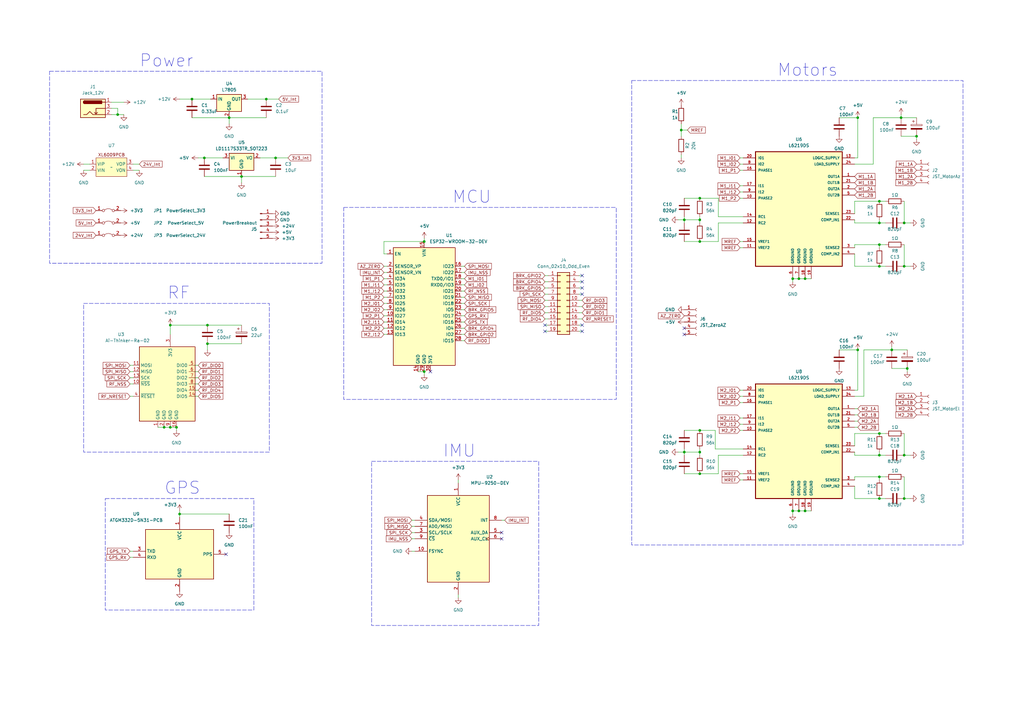
<source format=kicad_sch>
(kicad_sch (version 20230121) (generator eeschema)
  (paper "A3")
  (lib_symbols
    (symbol "ATGM332D-5N31:ATGM332D-5N31"
      (property "Reference" "U" (at 33.02 10.16 0))
      (property "Value" "ATGM332D-5N31-PCB" (at 33.02 7.62 0))
      (symbol "ATGM332D-5N31_1_1"
        (pin passive line (at 19.05 7.62 270) (length 5.08) (name "VCC") (number "1"))
        (pin passive line (at 19.05 -22.86 90) (length 5.08) (name "GND") (number "2"))
        (pin passive line (at 0 -6.35 0) (length 5.08) (name "TXD") (number "3"))
        (pin passive line (at 0 -8.89 0) (length 5.08) (name "RXD") (number "4"))
        (pin passive line (at 38.1 -7.62 180) (length 5.08) (name "PPS") (number "5"))
      )
    )
    (symbol "Connector:Barrel_Jack_Switch" (pin_names hide)
      (property "Reference" "J" (at 0 5.334 0))
      (property "Value" "Barrel_Jack_Switch" (at 0 -5.08 0))
      (symbol "Barrel_Jack_Switch_1_1"
        (pin passive line (at 7.62 2.54 180) (length 2.54) (name "~") (number "1"))
        (pin passive line (at 7.62 -2.54 180) (length 2.54) (name "~") (number "2"))
        (pin passive line (at 7.62 0 180) (length 2.54) (name "~") (number "3"))
      )
    )
    (symbol "Connector:Conn_01x04_Socket" (pin_names (offset 1.016) hide)
      (property "Reference" "J" (at 0 5.08 0))
      (property "Value" "Conn_01x04_Socket" (at 0 -7.62 0))
      (symbol "Conn_01x04_Socket_1_1"
        (pin passive line (at -5.08 2.54 0) (length 3.81) (name "Pin_1") (number "1"))
        (pin passive line (at -5.08 0 0) (length 3.81) (name "Pin_2") (number "2"))
        (pin passive line (at -5.08 -2.54 0) (length 3.81) (name "Pin_3") (number "3"))
        (pin passive line (at -5.08 -5.08 0) (length 3.81) (name "Pin_4") (number "4"))
      )
    )
    (symbol "Connector:Conn_01x05_Pin" (pin_names (offset 1.016) hide)
      (property "Reference" "J" (at 0 7.62 0))
      (property "Value" "Conn_01x05_Pin" (at 0 -7.62 0))
      (symbol "Conn_01x05_Pin_1_1"
        (pin passive line (at 5.08 5.08 180) (length 3.81) (name "Pin_1") (number "1"))
        (pin passive line (at 5.08 2.54 180) (length 3.81) (name "Pin_2") (number "2"))
        (pin passive line (at 5.08 0 180) (length 3.81) (name "Pin_3") (number "3"))
        (pin passive line (at 5.08 -2.54 180) (length 3.81) (name "Pin_4") (number "4"))
        (pin passive line (at 5.08 -5.08 180) (length 3.81) (name "Pin_5") (number "5"))
      )
    )
    (symbol "Connector:Conn_01x05_Socket" (pin_names (offset 1.016) hide)
      (property "Reference" "J" (at 0 7.62 0))
      (property "Value" "Conn_01x05_Socket" (at 0 -7.62 0))
      (symbol "Conn_01x05_Socket_1_1"
        (pin passive line (at -5.08 5.08 0) (length 3.81) (name "Pin_1") (number "1"))
        (pin passive line (at -5.08 2.54 0) (length 3.81) (name "Pin_2") (number "2"))
        (pin passive line (at -5.08 0 0) (length 3.81) (name "Pin_3") (number "3"))
        (pin passive line (at -5.08 -2.54 0) (length 3.81) (name "Pin_4") (number "4"))
        (pin passive line (at -5.08 -5.08 0) (length 3.81) (name "Pin_5") (number "5"))
      )
    )
    (symbol "Connector_Generic:Conn_02x10_Odd_Even" (pin_names (offset 1.016) hide)
      (property "Reference" "J" (at 1.27 12.7 0))
      (property "Value" "Conn_02x10_Odd_Even" (at 1.27 -15.24 0))
      (symbol "Conn_02x10_Odd_Even_1_1"
        (pin passive line (at -5.08 10.16 0) (length 3.81) (name "Pin_1") (number "1"))
        (pin passive line (at 7.62 0 180) (length 3.81) (name "Pin_10") (number "10"))
        (pin passive line (at -5.08 -2.54 0) (length 3.81) (name "Pin_11") (number "11"))
        (pin passive line (at 7.62 -2.54 180) (length 3.81) (name "Pin_12") (number "12"))
        (pin passive line (at -5.08 -5.08 0) (length 3.81) (name "Pin_13") (number "13"))
        (pin passive line (at 7.62 -5.08 180) (length 3.81) (name "Pin_14") (number "14"))
        (pin passive line (at -5.08 -7.62 0) (length 3.81) (name "Pin_15") (number "15"))
        (pin passive line (at 7.62 -7.62 180) (length 3.81) (name "Pin_16") (number "16"))
        (pin passive line (at -5.08 -10.16 0) (length 3.81) (name "Pin_17") (number "17"))
        (pin passive line (at 7.62 -10.16 180) (length 3.81) (name "Pin_18") (number "18"))
        (pin passive line (at -5.08 -12.7 0) (length 3.81) (name "Pin_19") (number "19"))
        (pin passive line (at 7.62 10.16 180) (length 3.81) (name "Pin_2") (number "2"))
        (pin passive line (at 7.62 -12.7 180) (length 3.81) (name "Pin_20") (number "20"))
        (pin passive line (at -5.08 7.62 0) (length 3.81) (name "Pin_3") (number "3"))
        (pin passive line (at 7.62 7.62 180) (length 3.81) (name "Pin_4") (number "4"))
        (pin passive line (at -5.08 5.08 0) (length 3.81) (name "Pin_5") (number "5"))
        (pin passive line (at 7.62 5.08 180) (length 3.81) (name "Pin_6") (number "6"))
        (pin passive line (at -5.08 2.54 0) (length 3.81) (name "Pin_7") (number "7"))
        (pin passive line (at 7.62 2.54 180) (length 3.81) (name "Pin_8") (number "8"))
        (pin passive line (at -5.08 0 0) (length 3.81) (name "Pin_9") (number "9"))
      )
    )
    (symbol "Device:C" (pin_numbers hide) (pin_names (offset 0.254))
      (property "Reference" "C" (at 0.635 2.54 0))
      (property "Value" "C" (at 0.635 -2.54 0))
      (symbol "C_1_1"
        (pin passive line (at 0 3.81 270) (length 2.794) (name "~") (number "1"))
        (pin passive line (at 0 -3.81 90) (length 2.794) (name "~") (number "2"))
      )
    )
    (symbol "Device:C_Polarized" (pin_numbers hide) (pin_names (offset 0.254))
      (property "Reference" "C" (at 0.635 2.54 0))
      (property "Value" "C_Polarized" (at 0.635 -2.54 0))
      (symbol "C_Polarized_1_1"
        (pin passive line (at 0 3.81 270) (length 2.794) (name "~") (number "1"))
        (pin passive line (at 0 -3.81 90) (length 2.794) (name "~") (number "2"))
      )
    )
    (symbol "Device:R" (pin_numbers hide) (pin_names (offset 0))
      (property "Reference" "R" (at 2.032 0 90))
      (property "Value" "R" (at 0 0 90))
      (symbol "R_1_1"
        (pin passive line (at 0 3.81 270) (length 1.27) (name "~") (number "1"))
        (pin passive line (at 0 -3.81 90) (length 1.27) (name "~") (number "2"))
      )
    )
    (symbol "Jumper:Jumper_2_Bridged" (pin_names (offset 0) hide)
      (property "Reference" "JP" (at 0 1.905 0))
      (property "Value" "Jumper_2_Bridged" (at 0 -2.54 0))
      (symbol "Jumper_2_Bridged_1_1"
        (pin passive line (at -5.08 0 0) (length 2.54) (name "A") (number "1"))
        (pin passive line (at 5.08 0 180) (length 2.54) (name "B") (number "2"))
      )
    )
    (symbol "L6219DS_1" (pin_names (offset 1.016))
      (property "Reference" "U6" (at 0 29.21 0))
      (property "Value" "L6219DS" (at 0 26.67 0))
      (symbol "L6219DS_1_0_0"
        (pin output line (at 22.86 13.97 180) (length 5.08) (name "OUT1A") (number "1"))
        (pin input line (at -22.86 5.08 0) (length 5.08) (name "PHASE2") (number "10"))
        (pin input line (at -22.86 -15.24 0) (length 5.08) (name "VREF2") (number "11"))
        (pin input line (at -22.86 -5.08 0) (length 5.08) (name "RC2") (number "12"))
        (pin power_in line (at 22.86 21.59 180) (length 5.08) (name "LOGIC_SUPPLY") (number "13"))
        (pin input line (at -22.86 -2.54 0) (length 5.08) (name "RC1") (number "14"))
        (pin input line (at -22.86 -12.7 0) (length 5.08) (name "VREF1") (number "15"))
        (pin input line (at -22.86 16.51 0) (length 5.08) (name "PHASE1") (number "16"))
        (pin input line (at -22.86 10.16 0) (length 5.08) (name "I11") (number "17"))
        (pin power_in line (at 2.54 -27.94 90) (length 5.08) (name "GROUND") (number "18"))
        (pin power_in line (at 5.08 -27.94 90) (length 5.08) (name "GROUND") (number "19"))
        (pin output line (at 22.86 8.89 180) (length 5.08) (name "OUT2A") (number "2"))
        (pin input line (at -22.86 21.59 0) (length 5.08) (name "I01") (number "20"))
        (pin output line (at 22.86 11.43 180) (length 5.08) (name "OUT1B") (number "21"))
        (pin input line (at 22.86 -3.81 180) (length 5.08) (name "COMP_IN1") (number "22"))
        (pin input line (at 22.86 -1.27 180) (length 5.08) (name "SENSE1") (number "23"))
        (pin power_in line (at 22.86 19.05 180) (length 5.08) (name "LOAD_SUPPLY") (number "24"))
        (pin input line (at 22.86 -15.24 180) (length 5.08) (name "SENSE2") (number "3"))
        (pin input line (at 22.86 -17.78 180) (length 5.08) (name "COMP_IN2") (number "4"))
        (pin output line (at 22.86 6.35 180) (length 5.08) (name "OUT2B") (number "5"))
        (pin power_in line (at -2.54 -27.94 90) (length 5.08) (name "GROUND") (number "6"))
        (pin power_in line (at 0 -27.94 90) (length 5.08) (name "GROUND") (number "7"))
        (pin input line (at -22.86 19.05 0) (length 5.08) (name "I02") (number "8"))
        (pin input line (at -22.86 7.62 0) (length 5.08) (name "I12") (number "9"))
      )
    )
    (symbol "RF_Module:Ai-Thinker-Ra-02"
      (property "Reference" "U3" (at -16.51 17.78 0))
      (property "Value" "Ai-Thinker-Ra-02" (at -21.59 15.24 0))
      (symbol "Ai-Thinker-Ra-02_1_1"
        (pin input line (at 0 -20.32 90) (length 2.54) (name "GND") (number "1"))
        (pin input line (at -10.16 -2.54 0) (length 2.54) (name "~{NSS}") (number "10"))
        (pin input line (at -10.16 5.08 0) (length 2.54) (name "MOSI") (number "11"))
        (pin output line (at -10.16 2.54 0) (length 2.54) (name "MISO") (number "12"))
        (pin input line (at -10.16 0 0) (length 2.54) (name "SCK") (number "13"))
        (pin bidirectional line (at 15.24 -7.62 180) (length 2.54) (name "DIO5") (number "14"))
        (pin bidirectional line (at 15.24 -5.08 180) (length 2.54) (name "DIO4") (number "15"))
        (pin input line (at 7.62 -20.32 90) (length 2.54) (name "GND") (number "16"))
        (pin input line (at 2.54 -20.32 90) (length 2.54) (name "GND") (number "2"))
        (pin power_in line (at 5.08 17.78 270) (length 5.08) (name "3V3") (number "3"))
        (pin input line (at -10.16 -7.62 0) (length 2.54) (name "~{RESET}") (number "4"))
        (pin bidirectional line (at 15.24 5.08 180) (length 2.54) (name "DIO0") (number "5"))
        (pin bidirectional line (at 15.24 2.54 180) (length 2.54) (name "DIO1") (number "6"))
        (pin bidirectional line (at 15.24 0 180) (length 2.54) (name "DIO2") (number "7"))
        (pin bidirectional line (at 15.24 -2.54 180) (length 2.54) (name "DIO3") (number "8"))
        (pin input line (at 5.08 -20.32 90) (length 2.54) (name "GND") (number "9"))
      )
    )
    (symbol "RF_Module:ESP32-WROOM-32"
      (property "Reference" "U1" (at 8.89 38.1 0))
      (property "Value" "ESP32-WROOM-32-DEV" (at 2.1941 35.56 0))
      (symbol "ESP32-WROOM-32_1_1"
        (pin input line (at -15.24 30.48 0) (length 2.54) (name "EN") (number "1"))
        (pin bidirectional line (at -15.24 5.08 0) (length 2.54) (name "IO27") (number "10"))
        (pin bidirectional line (at -15.24 2.54 0) (length 2.54) (name "IO14") (number "11"))
        (pin bidirectional line (at -15.24 0 0) (length 2.54) (name "IO12") (number "12"))
        (pin bidirectional line (at -15.24 -2.54 0) (length 2.54) (name "IO13") (number "13"))
        (pin power_in line (at -2.54 -17.78 90) (length 2.54) (name "GND") (number "14"))
        (pin power_in line (at 0 35.56 270) (length 2.54) (name "VIN") (number "15"))
        (pin bidirectional line (at 15.24 25.4 180) (length 2.54) (name "IO23") (number "16"))
        (pin bidirectional line (at 15.24 22.86 180) (length 2.54) (name "IO22") (number "17"))
        (pin bidirectional line (at 15.24 20.32 180) (length 2.54) (name "TXD0/IO1") (number "18"))
        (pin bidirectional line (at 15.24 17.78 180) (length 2.54) (name "RXD0/IO3") (number "19"))
        (pin input line (at -15.24 25.4 0) (length 2.54) (name "SENSOR_VP") (number "2"))
        (pin bidirectional line (at 15.24 15.24 180) (length 2.54) (name "IO21") (number "20"))
        (pin bidirectional line (at 15.24 12.7 180) (length 2.54) (name "IO19") (number "21"))
        (pin bidirectional line (at 15.24 10.16 180) (length 2.54) (name "IO18") (number "22"))
        (pin bidirectional line (at 15.24 7.62 180) (length 2.54) (name "IO5") (number "23"))
        (pin bidirectional line (at 15.24 5.08 180) (length 2.54) (name "IO17") (number "24"))
        (pin bidirectional line (at 15.24 2.54 180) (length 2.54) (name "IO16") (number "25"))
        (pin bidirectional line (at 15.24 0 180) (length 2.54) (name "IO4") (number "26"))
        (pin bidirectional line (at 15.24 -2.54 180) (length 2.54) (name "IO2") (number "27"))
        (pin bidirectional line (at 15.24 -5.08 180) (length 2.54) (name "IO15") (number "28"))
        (pin power_in line (at 0 -17.78 90) (length 2.54) (name "GND") (number "29"))
        (pin input line (at -15.24 22.86 0) (length 2.54) (name "SENSOR_VN") (number "3"))
        (pin power_in line (at 2.54 -17.78 90) (length 2.54) (name "3V3") (number "30"))
        (pin input line (at -15.24 20.32 0) (length 2.54) (name "IO34") (number "4"))
        (pin input line (at -15.24 17.78 0) (length 2.54) (name "IO35") (number "5"))
        (pin bidirectional line (at -15.24 15.24 0) (length 2.54) (name "IO32") (number "6"))
        (pin bidirectional line (at -15.24 12.7 0) (length 2.54) (name "IO33") (number "7"))
        (pin bidirectional line (at -15.24 10.16 0) (length 2.54) (name "IO25") (number "8"))
        (pin bidirectional line (at -15.24 7.62 0) (length 2.54) (name "IO26") (number "9"))
      )
    )
    (symbol "Regulator_Linear:L7805" (pin_names (offset 0.254))
      (property "Reference" "U" (at -3.81 3.175 0))
      (property "Value" "L7805" (at 0 3.175 0))
      (symbol "L7805_1_1"
        (pin power_in line (at -7.62 0 0) (length 2.54) (name "IN") (number "1"))
        (pin power_in line (at 0 -7.62 90) (length 2.54) (name "GND") (number "2"))
        (pin power_out line (at 7.62 0 180) (length 2.54) (name "OUT") (number "3"))
      )
    )
    (symbol "Regulator_Linear:LD1117S33TR_SOT223"
      (property "Reference" "U" (at -3.81 3.175 0))
      (property "Value" "LD1117S33TR_SOT223" (at 0 3.175 0))
      (symbol "LD1117S33TR_SOT223_1_1"
        (pin power_in line (at 0 -7.62 90) (length 2.54) (name "GND") (number "1"))
        (pin power_out line (at 7.62 0 180) (length 2.54) (name "VO") (number "2"))
        (pin power_in line (at -7.62 0 0) (length 2.54) (name "VI") (number "3"))
      )
    )
    (symbol "Sensor_Motion:MPU-9250"
      (property "Reference" "U2" (at 11.43 25.4 0))
      (property "Value" "MPU-9250-DEV" (at 5.08 22.86 0))
      (symbol "MPU-9250_1_1"
        (pin power_in line (at 0 22.86 270) (length 5.08) (name "VCC") (number "1"))
        (pin input line (at -17.78 -5.08 0) (length 5.08) (name "FSYNC") (number "10"))
        (pin power_in line (at 0 -22.86 90) (length 5.08) (name "GND") (number "2"))
        (pin input line (at -17.78 2.54 0) (length 5.08) (name "SCL/SCLK") (number "3"))
        (pin bidirectional line (at -17.78 7.62 0) (length 5.08) (name "SDA/MOSI") (number "4"))
        (pin bidirectional line (at 17.78 2.54 180) (length 5.08) (name "AUX_DA") (number "5"))
        (pin output clock (at 17.78 0 180) (length 5.08) (name "AUX_CL") (number "6"))
        (pin bidirectional line (at -17.78 5.08 0) (length 5.08) (name "AD0/MISO") (number "7"))
        (pin output line (at 17.78 7.62 180) (length 5.08) (name "INT") (number "8"))
        (pin input line (at -17.78 0 0) (length 5.08) (name "~{CS}") (number "9"))
      )
    )
    (symbol "XL6009PCB:XL6009PCB"
      (property "Reference" "U" (at 0 -5.08 0))
      (symbol "XL6009PCB_1_1"
        (text "XL6009PCB" (at 0 5.08 0) (effects (font (size 1.27 1.27))))
        (pin input line (at -8.89 1.27 0) (length 2.54) (name "VIP") (number "1"))
        (pin input line (at -8.89 -1.27 0) (length 2.54) (name "VIN") (number "2"))
        (pin input line (at 8.89 1.27 180) (length 2.54) (name "VOP") (number "3"))
        (pin input line (at 8.89 -1.27 180) (length 2.54) (name "VON") (number "4"))
      )
    )
    (symbol "power:+12V" (power) (pin_names (offset 0))
      (property "Value" "+12V" (at 0 3.556 0))
      (symbol "+12V_1_1"
        (pin power_in line (at 0 0 90) (length 0) hide (name "+12V") (number "1"))
      )
    )
    (symbol "power:+24V" (power) (pin_names (offset 0))
      (property "Value" "+24V" (at 0 3.556 0))
      (symbol "+24V_1_1"
        (pin power_in line (at 0 0 90) (length 0) hide (name "+24V") (number "1"))
      )
    )
    (symbol "power:+3V3" (power) (pin_names (offset 0))
      (property "Value" "+3V3" (at 0 3.556 0))
      (symbol "+3V3_1_1"
        (pin power_in line (at 0 0 90) (length 0) hide (name "+3V3") (number "1"))
      )
    )
    (symbol "power:+5V" (power) (pin_names (offset 0))
      (property "Value" "+5V" (at 0 3.556 0))
      (symbol "+5V_1_1"
        (pin power_in line (at 0 0 90) (length 0) hide (name "+5V") (number "1"))
      )
    )
    (symbol "power:GND" (power) (pin_names (offset 0))
      (property "Value" "GND" (at 0 -3.81 0))
      (symbol "GND_1_1"
        (pin power_in line (at 0 0 270) (length 0) hide (name "GND") (number "1"))
      )
    )
  )
  (junction (at 327.66 114.3))
  (junction (at 72.39 175.26))
  (junction (at 287.02 90.17))
  (junction (at 365.76 143.51))
  (junction (at 375.92 55.88))
  (junction (at 287.02 99.06))
  (junction (at 360.68 177.8))
  (junction (at 330.2 209.55))
  (junction (at 360.68 82.55))
  (junction (at 73.66 210.82))
  (junction (at 287.02 81.28))
  (junction (at 360.68 100.33))
  (junction (at 113.03 64.77))
  (junction (at 351.79 143.51))
  (junction (at 69.85 175.26))
  (junction (at 287.02 176.53))
  (junction (at 85.09 140.97))
  (junction (at 351.79 48.26))
  (junction (at 109.22 40.64))
  (junction (at 370.84 204.47))
  (junction (at 280.67 90.17))
  (junction (at 372.11 151.13))
  (junction (at 69.85 133.35))
  (junction (at 360.68 204.47))
  (junction (at 78.74 40.64))
  (junction (at 99.06 72.39))
  (junction (at 325.12 114.3))
  (junction (at 330.2 114.3))
  (junction (at 280.67 185.42))
  (junction (at 370.84 186.69))
  (junction (at 85.09 133.35))
  (junction (at 325.12 209.55))
  (junction (at 369.57 48.26))
  (junction (at 370.84 109.22))
  (junction (at 287.02 185.42))
  (junction (at 83.82 64.77))
  (junction (at 360.68 91.44))
  (junction (at 360.68 195.58))
  (junction (at 93.98 48.26))
  (junction (at 287.02 194.31))
  (junction (at 173.99 99.06))
  (junction (at 173.99 152.4))
  (junction (at 370.84 91.44))
  (junction (at 67.31 175.26))
  (junction (at 48.26 46.99))
  (junction (at 360.68 186.69))
  (junction (at 360.68 109.22))
  (junction (at 327.66 209.55))
  (junction (at 279.4 53.34))
  (no_connect (at 238.76 118.11))
  (no_connect (at 238.76 133.35))
  (no_connect (at 205.74 218.44))
  (no_connect (at 238.76 135.89))
  (no_connect (at 223.52 135.89))
  (no_connect (at 238.76 120.65))
  (no_connect (at 238.76 115.57))
  (no_connect (at 280.67 137.16))
  (no_connect (at 238.76 113.03))
  (no_connect (at 176.53 152.4))
  (no_connect (at 280.67 134.62))
  (no_connect (at 92.71 227.33))
  (no_connect (at 205.74 220.98))
  (no_connect (at 223.52 133.35))
  (wire (pts (xy 189.23 132.08) (xy 190.5 132.08)))
  (wire (pts (xy 287.02 88.9) (xy 287.02 90.17)))
  (wire (pts (xy 350.52 186.69) (xy 360.68 186.69)))
  (wire (pts (xy 293.37 184.15) (xy 304.8 184.15)))
  (wire (pts (xy 303.53 101.6) (xy 304.8 101.6)))
  (wire (pts (xy 99.06 72.39) (xy 99.06 74.93)))
  (wire (pts (xy 223.52 135.89) (xy 224.79 135.89)))
  (wire (pts (xy 83.82 64.77) (xy 91.44 64.77)))
  (wire (pts (xy 238.76 115.57) (xy 237.49 115.57)))
  (wire (pts (xy 350.52 104.14) (xy 350.52 109.22)))
  (wire (pts (xy 238.76 133.35) (xy 237.49 133.35)))
  (wire (pts (xy 372.11 151.13) (xy 372.11 152.4)))
  (wire (pts (xy 303.53 64.77) (xy 304.8 64.77)))
  (wire (pts (xy 168.91 220.98) (xy 170.18 220.98)))
  (wire (pts (xy 99.06 72.39) (xy 113.03 72.39)))
  (wire (pts (xy 53.34 162.56) (xy 54.61 162.56)))
  (wire (pts (xy 168.91 215.9) (xy 170.18 215.9)))
  (wire (pts (xy 53.34 157.48) (xy 54.61 157.48)))
  (wire (pts (xy 325.12 114.3) (xy 325.12 115.57)))
  (wire (pts (xy 294.64 88.9) (xy 304.8 88.9)))
  (wire (pts (xy 294.64 194.31) (xy 287.02 194.31)))
  (wire (pts (xy 237.49 123.19) (xy 238.76 123.19)))
  (wire (pts (xy 350.52 109.22) (xy 360.68 109.22)))
  (wire (pts (xy 157.48 116.84) (xy 158.75 116.84)))
  (wire (pts (xy 303.53 171.45) (xy 304.8 171.45)))
  (wire (pts (xy 351.79 48.26) (xy 351.79 64.77)))
  (wire (pts (xy 369.57 46.99) (xy 369.57 48.26)))
  (wire (pts (xy 351.79 143.51) (xy 351.79 160.02)))
  (wire (pts (xy 360.68 100.33) (xy 363.22 100.33)))
  (wire (pts (xy 157.48 124.46) (xy 158.75 124.46)))
  (wire (pts (xy 280.67 81.28) (xy 287.02 81.28)))
  (wire (pts (xy 189.23 127) (xy 190.5 127)))
  (wire (pts (xy 330.2 114.3) (xy 332.74 114.3)))
  (wire (pts (xy 360.68 186.69) (xy 363.22 186.69)))
  (wire (pts (xy 101.6 40.64) (xy 109.22 40.64)))
  (wire (pts (xy 365.76 143.51) (xy 372.11 143.51)))
  (wire (pts (xy 223.52 113.03) (xy 224.79 113.03)))
  (wire (pts (xy 157.48 132.08) (xy 158.75 132.08)))
  (wire (pts (xy 73.66 209.55) (xy 73.66 210.82)))
  (wire (pts (xy 189.23 109.22) (xy 190.5 109.22)))
  (wire (pts (xy 53.34 226.06) (xy 54.61 226.06)))
  (wire (pts (xy 369.57 48.26) (xy 375.92 48.26)))
  (wire (pts (xy 303.53 176.53) (xy 304.8 176.53)))
  (wire (pts (xy 354.33 143.51) (xy 365.76 143.51)))
  (wire (pts (xy 157.48 137.16) (xy 158.75 137.16)))
  (wire (pts (xy 157.48 99.06) (xy 173.99 99.06)))
  (wire (pts (xy 78.74 48.26) (xy 93.98 48.26)))
  (wire (pts (xy 350.52 177.8) (xy 360.68 177.8)))
  (wire (pts (xy 157.48 121.92) (xy 158.75 121.92)))
  (wire (pts (xy 280.67 99.06) (xy 287.02 99.06)))
  (wire (pts (xy 223.52 125.73) (xy 224.79 125.73)))
  (wire (pts (xy 293.37 176.53) (xy 287.02 176.53)))
  (wire (pts (xy 303.53 67.31) (xy 304.8 67.31)))
  (wire (pts (xy 350.52 177.8) (xy 350.52 182.88)))
  (wire (pts (xy 350.52 162.56) (xy 354.33 162.56)))
  (wire (pts (xy 279.4 53.34) (xy 279.4 55.88)))
  (wire (pts (xy 303.53 78.74) (xy 304.8 78.74)))
  (wire (pts (xy 81.28 157.48) (xy 80.01 157.48)))
  (wire (pts (xy 350.52 172.72) (xy 351.79 172.72)))
  (wire (pts (xy 45.72 41.91) (xy 50.8 41.91)))
  (wire (pts (xy 157.48 111.76) (xy 158.75 111.76)))
  (wire (pts (xy 81.28 154.94) (xy 80.01 154.94)))
  (wire (pts (xy 280.67 176.53) (xy 287.02 176.53)))
  (wire (pts (xy 238.76 128.27) (xy 237.49 128.27)))
  (wire (pts (xy 350.52 100.33) (xy 350.52 101.6)))
  (wire (pts (xy 327.66 114.3) (xy 330.2 114.3)))
  (wire (pts (xy 360.68 109.22) (xy 363.22 109.22)))
  (wire (pts (xy 223.52 120.65) (xy 224.79 120.65)))
  (wire (pts (xy 34.29 69.85) (xy 36.83 69.85)))
  (wire (pts (xy 325.12 209.55) (xy 325.12 210.82)))
  (wire (pts (xy 173.99 152.4) (xy 173.99 153.67)))
  (wire (pts (xy 223.52 115.57) (xy 224.79 115.57)))
  (wire (pts (xy 294.64 99.06) (xy 287.02 99.06)))
  (wire (pts (xy 350.52 64.77) (xy 351.79 64.77)))
  (wire (pts (xy 287.02 185.42) (xy 287.02 186.69)))
  (wire (pts (xy 279.4 50.8) (xy 279.4 53.34)))
  (wire (pts (xy 157.48 119.38) (xy 158.75 119.38)))
  (wire (pts (xy 48.26 46.99) (xy 50.8 46.99)))
  (wire (pts (xy 85.09 140.97) (xy 85.09 143.51)))
  (wire (pts (xy 294.64 91.44) (xy 294.64 99.06)))
  (wire (pts (xy 81.28 64.77) (xy 83.82 64.77)))
  (wire (pts (xy 187.96 243.84) (xy 187.96 245.11)))
  (wire (pts (xy 69.85 137.16) (xy 69.85 133.35)))
  (wire (pts (xy 350.52 204.47) (xy 360.68 204.47)))
  (wire (pts (xy 370.84 204.47) (xy 373.38 204.47)))
  (wire (pts (xy 325.12 114.3) (xy 327.66 114.3)))
  (wire (pts (xy 190.5 139.7) (xy 189.23 139.7)))
  (wire (pts (xy 189.23 119.38) (xy 190.5 119.38)))
  (wire (pts (xy 351.79 48.26) (xy 344.17 48.26)))
  (wire (pts (xy 64.77 175.26) (xy 67.31 175.26)))
  (wire (pts (xy 189.23 111.76) (xy 190.5 111.76)))
  (wire (pts (xy 354.33 143.51) (xy 354.33 162.56)))
  (wire (pts (xy 370.84 186.69) (xy 373.38 186.69)))
  (wire (pts (xy 360.68 204.47) (xy 363.22 204.47)))
  (wire (pts (xy 205.74 213.36) (xy 207.01 213.36)))
  (wire (pts (xy 238.76 135.89) (xy 237.49 135.89)))
  (wire (pts (xy 157.48 127) (xy 158.75 127)))
  (wire (pts (xy 168.91 213.36) (xy 170.18 213.36)))
  (wire (pts (xy 280.67 194.31) (xy 287.02 194.31)))
  (wire (pts (xy 168.91 218.44) (xy 170.18 218.44)))
  (wire (pts (xy 171.45 152.4) (xy 173.99 152.4)))
  (wire (pts (xy 350.52 199.39) (xy 350.52 204.47)))
  (wire (pts (xy 293.37 184.15) (xy 293.37 176.53)))
  (wire (pts (xy 350.52 195.58) (xy 360.68 195.58)))
  (wire (pts (xy 280.67 184.15) (xy 280.67 185.42)))
  (wire (pts (xy 278.13 90.17) (xy 280.67 90.17)))
  (wire (pts (xy 303.53 162.56) (xy 304.8 162.56)))
  (wire (pts (xy 350.52 167.64) (xy 351.79 167.64)))
  (wire (pts (xy 34.29 67.31) (xy 36.83 67.31)))
  (wire (pts (xy 189.23 134.62) (xy 190.5 134.62)))
  (wire (pts (xy 350.52 91.44) (xy 360.68 91.44)))
  (wire (pts (xy 350.52 100.33) (xy 360.68 100.33)))
  (wire (pts (xy 304.8 91.44) (xy 294.64 91.44)))
  (wire (pts (xy 223.52 130.81) (xy 224.79 130.81)))
  (wire (pts (xy 360.68 101.6) (xy 360.68 100.33)))
  (wire (pts (xy 303.53 76.2) (xy 304.8 76.2)))
  (wire (pts (xy 325.12 209.55) (xy 327.66 209.55)))
  (wire (pts (xy 370.84 195.58) (xy 370.84 204.47)))
  (wire (pts (xy 157.48 109.22) (xy 158.75 109.22)))
  (wire (pts (xy 303.53 165.1) (xy 304.8 165.1)))
  (wire (pts (xy 187.96 196.85) (xy 187.96 198.12)))
  (wire (pts (xy 360.68 177.8) (xy 363.22 177.8)))
  (wire (pts (xy 303.53 160.02) (xy 304.8 160.02)))
  (wire (pts (xy 350.52 186.69) (xy 350.52 185.42)))
  (wire (pts (xy 223.52 118.11) (xy 224.79 118.11)))
  (wire (pts (xy 73.66 40.64) (xy 78.74 40.64)))
  (wire (pts (xy 81.28 162.56) (xy 80.01 162.56)))
  (wire (pts (xy 327.66 209.55) (xy 330.2 209.55)))
  (wire (pts (xy 287.02 90.17) (xy 287.02 91.44)))
  (wire (pts (xy 190.5 116.84) (xy 189.23 116.84)))
  (wire (pts (xy 113.03 64.77) (xy 118.11 64.77)))
  (wire (pts (xy 168.91 226.06) (xy 170.18 226.06)))
  (wire (pts (xy 304.8 186.69) (xy 294.64 186.69)))
  (wire (pts (xy 370.84 91.44) (xy 373.38 91.44)))
  (wire (pts (xy 78.74 40.64) (xy 86.36 40.64)))
  (wire (pts (xy 330.2 209.55) (xy 332.74 209.55)))
  (wire (pts (xy 360.68 91.44) (xy 360.68 90.17)))
  (wire (pts (xy 48.26 44.45) (xy 48.26 46.99)))
  (wire (pts (xy 54.61 67.31) (xy 57.15 67.31)))
  (wire (pts (xy 173.99 97.79) (xy 173.99 99.06)))
  (wire (pts (xy 67.31 175.26) (xy 69.85 175.26)))
  (wire (pts (xy 278.13 185.42) (xy 280.67 185.42)))
  (wire (pts (xy 189.23 121.92) (xy 190.5 121.92)))
  (wire (pts (xy 280.67 88.9) (xy 280.67 90.17)))
  (wire (pts (xy 83.82 72.39) (xy 99.06 72.39)))
  (wire (pts (xy 238.76 113.03) (xy 237.49 113.03)))
  (wire (pts (xy 45.72 44.45) (xy 48.26 44.45)))
  (wire (pts (xy 303.53 173.99) (xy 304.8 173.99)))
  (wire (pts (xy 190.5 114.3) (xy 189.23 114.3)))
  (wire (pts (xy 358.14 48.26) (xy 358.14 67.31)))
  (wire (pts (xy 157.48 114.3) (xy 158.75 114.3)))
  (wire (pts (xy 53.34 154.94) (xy 54.61 154.94)))
  (wire (pts (xy 280.67 90.17) (xy 287.02 90.17)))
  (wire (pts (xy 223.52 133.35) (xy 224.79 133.35)))
  (wire (pts (xy 303.53 194.31) (xy 304.8 194.31)))
  (wire (pts (xy 223.52 123.19) (xy 224.79 123.19)))
  (wire (pts (xy 157.48 129.54) (xy 158.75 129.54)))
  (wire (pts (xy 360.68 91.44) (xy 363.22 91.44)))
  (wire (pts (xy 375.92 55.88) (xy 375.92 57.15)))
  (wire (pts (xy 350.52 91.44) (xy 350.52 90.17)))
  (wire (pts (xy 360.68 82.55) (xy 363.22 82.55)))
  (wire (pts (xy 370.84 177.8) (xy 370.84 186.69)))
  (wire (pts (xy 294.64 81.28) (xy 287.02 81.28)))
  (wire (pts (xy 350.52 195.58) (xy 350.52 196.85)))
  (wire (pts (xy 280.67 90.17) (xy 280.67 91.44)))
  (wire (pts (xy 85.09 140.97) (xy 99.06 140.97)))
  (wire (pts (xy 157.48 104.14) (xy 158.75 104.14)))
  (wire (pts (xy 85.09 133.35) (xy 99.06 133.35)))
  (wire (pts (xy 360.68 196.85) (xy 360.68 195.58)))
  (wire (pts (xy 72.39 176.53) (xy 72.39 175.26)))
  (wire (pts (xy 350.52 160.02) (xy 351.79 160.02)))
  (wire (pts (xy 360.68 195.58) (xy 363.22 195.58)))
  (wire (pts (xy 93.98 48.26) (xy 109.22 48.26)))
  (wire (pts (xy 157.48 134.62) (xy 158.75 134.62)))
  (wire (pts (xy 237.49 125.73) (xy 238.76 125.73)))
  (wire (pts (xy 81.28 152.4) (xy 80.01 152.4)))
  (wire (pts (xy 280.67 185.42) (xy 287.02 185.42)))
  (wire (pts (xy 81.28 149.86) (xy 80.01 149.86)))
  (wire (pts (xy 53.34 152.4) (xy 54.61 152.4)))
  (wire (pts (xy 53.34 228.6) (xy 54.61 228.6)))
  (wire (pts (xy 73.66 210.82) (xy 73.66 212.09)))
  (wire (pts (xy 303.53 196.85) (xy 304.8 196.85)))
  (wire (pts (xy 157.48 99.06) (xy 157.48 104.14)))
  (wire (pts (xy 350.52 170.18) (xy 351.79 170.18)))
  (wire (pts (xy 69.85 175.26) (xy 72.39 175.26)))
  (wire (pts (xy 365.76 142.24) (xy 365.76 143.51)))
  (wire (pts (xy 303.53 81.28) (xy 304.8 81.28)))
  (wire (pts (xy 279.4 53.34) (xy 281.94 53.34)))
  (wire (pts (xy 360.68 186.69) (xy 360.68 185.42)))
  (wire (pts (xy 114.3 40.64) (xy 109.22 40.64)))
  (wire (pts (xy 223.52 128.27) (xy 224.79 128.27)))
  (wire (pts (xy 279.4 63.5) (xy 279.4 64.77)))
  (wire (pts (xy 350.52 82.55) (xy 350.52 87.63)))
  (wire (pts (xy 369.57 55.88) (xy 375.92 55.88)))
  (wire (pts (xy 358.14 48.26) (xy 369.57 48.26)))
  (wire (pts (xy 53.34 149.86) (xy 54.61 149.86)))
  (wire (pts (xy 238.76 120.65) (xy 237.49 120.65)))
  (wire (pts (xy 294.64 186.69) (xy 294.64 194.31)))
  (wire (pts (xy 350.52 67.31) (xy 358.14 67.31)))
  (wire (pts (xy 189.23 129.54) (xy 190.5 129.54)))
  (wire (pts (xy 370.84 82.55) (xy 370.84 91.44)))
  (wire (pts (xy 189.23 124.46) (xy 190.5 124.46)))
  (wire (pts (xy 303.53 69.85) (xy 304.8 69.85)))
  (wire (pts (xy 106.68 64.77) (xy 113.03 64.77)))
  (wire (pts (xy 294.64 88.9) (xy 294.64 81.28)))
  (wire (pts (xy 365.76 151.13) (xy 372.11 151.13)))
  (wire (pts (xy 370.84 100.33) (xy 370.84 109.22)))
  (wire (pts (xy 280.67 185.42) (xy 280.67 186.69)))
  (wire (pts (xy 69.85 133.35) (xy 85.09 133.35)))
  (wire (pts (xy 238.76 130.81) (xy 237.49 130.81)))
  (wire (pts (xy 190.5 137.16) (xy 189.23 137.16)))
  (wire (pts (xy 73.66 210.82) (xy 93.98 210.82)))
  (wire (pts (xy 238.76 118.11) (xy 237.49 118.11)))
  (wire (pts (xy 93.98 48.26) (xy 93.98 50.8)))
  (wire (pts (xy 351.79 143.51) (xy 344.17 143.51)))
  (wire (pts (xy 350.52 82.55) (xy 360.68 82.55)))
  (wire (pts (xy 350.52 175.26) (xy 351.79 175.26)))
  (wire (pts (xy 45.72 46.99) (xy 48.26 46.99)))
  (wire (pts (xy 303.53 99.06) (xy 304.8 99.06)))
  (wire (pts (xy 287.02 184.15) (xy 287.02 185.42)))
  (wire (pts (xy 81.28 160.02) (xy 80.01 160.02)))
  (wire (pts (xy 54.61 69.85) (xy 57.15 69.85)))
  (wire (pts (xy 370.84 109.22) (xy 373.38 109.22)))
  (rectangle (start 20.32 29.21) (end 132.08 107.95) (stroke (width 0) (type dash)))
  (rectangle (start 152.4 189.23) (end 220.98 256.54) (stroke (width 0) (type dash)))
  (rectangle (start 259.08 33.02) (end 394.97 223.52) (stroke (width 0) (type dash)))
  (rectangle (start 34.29 124.46) (end 110.49 185.42) (stroke (width 0) (type dash)))
  (rectangle (start 43.18 204.47) (end 104.14 250.19) (stroke (width 0) (type dash)))
  (rectangle (start 140.97 85.09) (end 252.73 163.83) (stroke (width 0) (type dash)))
  (text "Power" (at 57.15 27.94 0) (effects (font (size 5 5)) (justify left bottom)))
  (text "RF" (at 68.58 123.19 0) (effects (font (size 5 5)) (justify left bottom)))
  (text "MCU" (at 185.42 83.82 0) (effects (font (size 5 5)) (justify left bottom)))
  (text "Motors" (at 318.77 31.75 0) (effects (font (size 5 5)) (justify left bottom)))
  (text "IMU" (at 181.61 187.96 0) (effects (font (size 5 5)) (justify left bottom)))
  (text "GPS" (at 67.31 203.2 0) (effects (font (size 5 5)) (justify left bottom)))
  (global_label "M2_I12" (shape input) (at 303.53 173.99 180) (property "Intersheetrefs" "${INTERSHEET_REFS}" (effects hide)))
  (global_label "RF_DIO4" (shape input) (at 223.52 130.81 180) (property "Intersheetrefs" "${INTERSHEET_REFS}" (effects hide)))
  (global_label "3V3_Int" (shape input) (at 39.37 86.36 180) (property "Intersheetrefs" "${INTERSHEET_REFS}" (effects hide)))
  (global_label "M1_I11" (shape input) (at 303.53 76.2 180) (property "Intersheetrefs" "${INTERSHEET_REFS}" (effects hide)))
  (global_label "RF_DIO2" (shape input) (at 81.28 154.94 0) (property "Intersheetrefs" "${INTERSHEET_REFS}" (effects hide)))
  (global_label "SPI_SCK" (shape input) (at 190.5 124.46 0) (property "Intersheetrefs" "${INTERSHEET_REFS}" (effects hide)))
  (global_label "5V_Int" (shape input) (at 114.3 40.64 0) (property "Intersheetrefs" "${INTERSHEET_REFS}" (effects hide)))
  (global_label "GPS_RX" (shape input) (at 53.34 228.6 180) (property "Intersheetrefs" "${INTERSHEET_REFS}" (effects hide)))
  (global_label "RF_DIO1" (shape input) (at 238.76 128.27 0) (property "Intersheetrefs" "${INTERSHEET_REFS}" (effects hide)))
  (global_label "M1_P1" (shape input) (at 157.48 114.3 180) (property "Intersheetrefs" "${INTERSHEET_REFS}" (effects hide)))
  (global_label "M1_1A" (shape input) (at 350.52 72.39 0) (property "Intersheetrefs" "${INTERSHEET_REFS}" (effects hide)))
  (global_label "M2_2B" (shape input) (at 351.79 175.26 0) (property "Intersheetrefs" "${INTERSHEET_REFS}" (effects hide)))
  (global_label "SPI_SCK" (shape input) (at 168.91 218.44 180) (property "Intersheetrefs" "${INTERSHEET_REFS}" (effects hide)))
  (global_label "M2_1A" (shape input) (at 375.92 162.56 180) (property "Intersheetrefs" "${INTERSHEET_REFS}" (effects hide)))
  (global_label "MREF" (shape input) (at 303.53 99.06 180) (property "Intersheetrefs" "${INTERSHEET_REFS}" (effects hide)))
  (global_label "SPI_MISO" (shape input) (at 53.34 152.4 180) (property "Intersheetrefs" "${INTERSHEET_REFS}" (effects hide)))
  (global_label "RF_NRESET" (shape input) (at 238.76 130.81 0) (property "Intersheetrefs" "${INTERSHEET_REFS}" (effects hide)))
  (global_label "M1_I01" (shape input) (at 190.5 114.3 0) (property "Intersheetrefs" "${INTERSHEET_REFS}" (effects hide)))
  (global_label "RF_DIO0" (shape input) (at 190.5 139.7 0) (property "Intersheetrefs" "${INTERSHEET_REFS}" (effects hide)))
  (global_label "M2_P1" (shape input) (at 303.53 165.1 180) (property "Intersheetrefs" "${INTERSHEET_REFS}" (effects hide)))
  (global_label "M2_P2" (shape input) (at 303.53 176.53 180) (property "Intersheetrefs" "${INTERSHEET_REFS}" (effects hide)))
  (global_label "RF_DIO3" (shape input) (at 81.28 157.48 0) (property "Intersheetrefs" "${INTERSHEET_REFS}" (effects hide)))
  (global_label "M2_I12" (shape input) (at 157.48 137.16 180) (property "Intersheetrefs" "${INTERSHEET_REFS}" (effects hide)))
  (global_label "24V_Int" (shape input) (at 57.15 67.31 0) (property "Intersheetrefs" "${INTERSHEET_REFS}" (effects hide)))
  (global_label "M1_I02" (shape input) (at 303.53 67.31 180) (property "Intersheetrefs" "${INTERSHEET_REFS}" (effects hide)))
  (global_label "M2_I01" (shape input) (at 303.53 160.02 180) (property "Intersheetrefs" "${INTERSHEET_REFS}" (effects hide)))
  (global_label "AZ_ZERO" (shape input) (at 157.48 109.22 180) (property "Intersheetrefs" "${INTERSHEET_REFS}" (effects hide)))
  (global_label "RF_NSS" (shape input) (at 190.5 119.38 0) (property "Intersheetrefs" "${INTERSHEET_REFS}" (effects hide)))
  (global_label "M1_1B" (shape input) (at 375.92 69.85 180) (property "Intersheetrefs" "${INTERSHEET_REFS}" (effects hide)))
  (global_label "GPS_TX" (shape input) (at 53.34 226.06 180) (property "Intersheetrefs" "${INTERSHEET_REFS}" (effects hide)))
  (global_label "M2_I02" (shape input) (at 303.53 162.56 180) (property "Intersheetrefs" "${INTERSHEET_REFS}" (effects hide)))
  (global_label "MREF" (shape input) (at 281.94 53.34 0) (property "Intersheetrefs" "${INTERSHEET_REFS}" (effects hide)))
  (global_label "IMU_INT" (shape input) (at 207.01 213.36 0) (property "Intersheetrefs" "${INTERSHEET_REFS}" (effects hide)))
  (global_label "SPI_MOSI" (shape input) (at 168.91 213.36 180) (property "Intersheetrefs" "${INTERSHEET_REFS}" (effects hide)))
  (global_label "M1_2A" (shape input) (at 350.52 77.47 0) (property "Intersheetrefs" "${INTERSHEET_REFS}" (effects hide)))
  (global_label "SPI_MOSI" (shape input) (at 53.34 149.86 180) (property "Intersheetrefs" "${INTERSHEET_REFS}" (effects hide)))
  (global_label "BRK_GPIO2" (shape input) (at 190.5 137.16 0) (property "Intersheetrefs" "${INTERSHEET_REFS}" (effects hide)))
  (global_label "M1_I01" (shape input) (at 303.53 64.77 180) (property "Intersheetrefs" "${INTERSHEET_REFS}" (effects hide)))
  (global_label "M2_I01" (shape input) (at 157.48 124.46 180) (property "Intersheetrefs" "${INTERSHEET_REFS}" (effects hide)))
  (global_label "IMU_INT" (shape input) (at 157.48 111.76 180) (property "Intersheetrefs" "${INTERSHEET_REFS}" (effects hide)))
  (global_label "5V_Int" (shape input) (at 39.37 91.44 180) (property "Intersheetrefs" "${INTERSHEET_REFS}" (effects hide)))
  (global_label "SPI_MOSI" (shape input) (at 223.52 123.19 180) (property "Intersheetrefs" "${INTERSHEET_REFS}" (effects hide)))
  (global_label "M1_P1" (shape input) (at 303.53 69.85 180) (property "Intersheetrefs" "${INTERSHEET_REFS}" (effects hide)))
  (global_label "M1_I02" (shape input) (at 190.5 116.84 0) (property "Intersheetrefs" "${INTERSHEET_REFS}" (effects hide)))
  (global_label "BRK_GPIO4" (shape input) (at 223.52 115.57 180) (property "Intersheetrefs" "${INTERSHEET_REFS}" (effects hide)))
  (global_label "M2_P1" (shape input) (at 157.48 129.54 180) (property "Intersheetrefs" "${INTERSHEET_REFS}" (effects hide)))
  (global_label "M1_2A" (shape input) (at 375.92 72.39 180) (property "Intersheetrefs" "${INTERSHEET_REFS}" (effects hide)))
  (global_label "M1_1B" (shape input) (at 350.52 74.93 0) (property "Intersheetrefs" "${INTERSHEET_REFS}" (effects hide)))
  (global_label "AZ_ZERO" (shape input) (at 280.67 129.54 180) (property "Intersheetrefs" "${INTERSHEET_REFS}" (effects hide)))
  (global_label "M1_I11" (shape input) (at 157.48 116.84 180) (property "Intersheetrefs" "${INTERSHEET_REFS}" (effects hide)))
  (global_label "RF_DIO4" (shape input) (at 81.28 160.02 0) (property "Intersheetrefs" "${INTERSHEET_REFS}" (effects hide)))
  (global_label "M1_2B" (shape input) (at 350.52 80.01 0) (property "Intersheetrefs" "${INTERSHEET_REFS}" (effects hide)))
  (global_label "M2_I11" (shape input) (at 303.53 171.45 180) (property "Intersheetrefs" "${INTERSHEET_REFS}" (effects hide)))
  (global_label "M2_2A" (shape input) (at 375.92 167.64 180) (property "Intersheetrefs" "${INTERSHEET_REFS}" (effects hide)))
  (global_label "M1_1A" (shape input) (at 375.92 67.31 180) (property "Intersheetrefs" "${INTERSHEET_REFS}" (effects hide)))
  (global_label "M1_P2" (shape input) (at 157.48 121.92 180) (property "Intersheetrefs" "${INTERSHEET_REFS}" (effects hide)))
  (global_label "RF_DIO2" (shape input) (at 238.76 125.73 0) (property "Intersheetrefs" "${INTERSHEET_REFS}" (effects hide)))
  (global_label "RF_DIO1" (shape input) (at 81.28 152.4 0) (property "Intersheetrefs" "${INTERSHEET_REFS}" (effects hide)))
  (global_label "MREF" (shape input) (at 303.53 196.85 180) (property "Intersheetrefs" "${INTERSHEET_REFS}" (effects hide)))
  (global_label "3V3_Int" (shape input) (at 118.11 64.77 0) (property "Intersheetrefs" "${INTERSHEET_REFS}" (effects hide)))
  (global_label "RF_NSS" (shape input) (at 53.34 157.48 180) (property "Intersheetrefs" "${INTERSHEET_REFS}" (effects hide)))
  (global_label "M2_I02" (shape input) (at 157.48 127 180) (property "Intersheetrefs" "${INTERSHEET_REFS}" (effects hide)))
  (global_label "BRK_GPIO4" (shape input) (at 190.5 134.62 0) (property "Intersheetrefs" "${INTERSHEET_REFS}" (effects hide)))
  (global_label "M2_2B" (shape input) (at 375.92 170.18 180) (property "Intersheetrefs" "${INTERSHEET_REFS}" (effects hide)))
  (global_label "RF_DIO5" (shape input) (at 81.28 162.56 0) (property "Intersheetrefs" "${INTERSHEET_REFS}" (effects hide)))
  (global_label "SPI_MISO" (shape input) (at 168.91 215.9 180) (property "Intersheetrefs" "${INTERSHEET_REFS}" (effects hide)))
  (global_label "SPI_SCK" (shape input) (at 223.52 120.65 180) (property "Intersheetrefs" "${INTERSHEET_REFS}" (effects hide)))
  (global_label "IMU_NSS" (shape input) (at 190.5 111.76 0) (property "Intersheetrefs" "${INTERSHEET_REFS}" (effects hide)))
  (global_label "IMU_NSS" (shape input) (at 168.91 220.98 180) (property "Intersheetrefs" "${INTERSHEET_REFS}" (effects hide)))
  (global_label "M1_I12" (shape input) (at 157.48 119.38 180) (property "Intersheetrefs" "${INTERSHEET_REFS}" (effects hide)))
  (global_label "GPS_RX" (shape input) (at 190.5 129.54 0) (property "Intersheetrefs" "${INTERSHEET_REFS}" (effects hide)))
  (global_label "SPI_SCK" (shape input) (at 53.34 154.94 180) (property "Intersheetrefs" "${INTERSHEET_REFS}" (effects hide)))
  (global_label "MREF" (shape input) (at 303.53 194.31 180) (property "Intersheetrefs" "${INTERSHEET_REFS}" (effects hide)))
  (global_label "SPI_MISO" (shape input) (at 223.52 125.73 180) (property "Intersheetrefs" "${INTERSHEET_REFS}" (effects hide)))
  (global_label "RF_NRESET" (shape input) (at 53.34 162.56 180) (property "Intersheetrefs" "${INTERSHEET_REFS}" (effects hide)))
  (global_label "RF_DIO3" (shape input) (at 238.76 123.19 0) (property "Intersheetrefs" "${INTERSHEET_REFS}" (effects hide)))
  (global_label "M1_I12" (shape input) (at 303.53 78.74 180) (property "Intersheetrefs" "${INTERSHEET_REFS}" (effects hide)))
  (global_label "M2_I11" (shape input) (at 157.48 132.08 180) (property "Intersheetrefs" "${INTERSHEET_REFS}" (effects hide)))
  (global_label "RF_DIO0" (shape input) (at 81.28 149.86 0) (property "Intersheetrefs" "${INTERSHEET_REFS}" (effects hide)))
  (global_label "M2_2A" (shape input) (at 351.79 172.72 0) (property "Intersheetrefs" "${INTERSHEET_REFS}" (effects hide)))
  (global_label "24V_Int" (shape input) (at 39.37 96.52 180) (property "Intersheetrefs" "${INTERSHEET_REFS}" (effects hide)))
  (global_label "GPS_TX" (shape input) (at 190.5 132.08 0) (property "Intersheetrefs" "${INTERSHEET_REFS}" (effects hide)))
  (global_label "BRK_GPIO2" (shape input) (at 223.52 113.03 180) (property "Intersheetrefs" "${INTERSHEET_REFS}" (effects hide)))
  (global_label "SPI_MOSI" (shape input) (at 190.5 109.22 0) (property "Intersheetrefs" "${INTERSHEET_REFS}" (effects hide)))
  (global_label "BRK_GPIO5" (shape input) (at 223.52 118.11 180) (property "Intersheetrefs" "${INTERSHEET_REFS}" (effects hide)))
  (global_label "RF_DIO5" (shape input) (at 223.52 128.27 180) (property "Intersheetrefs" "${INTERSHEET_REFS}" (effects hide)))
  (global_label "SPI_MISO" (shape input) (at 190.5 121.92 0) (property "Intersheetrefs" "${INTERSHEET_REFS}" (effects hide)))
  (global_label "M2_1A" (shape input) (at 351.79 167.64 0) (property "Intersheetrefs" "${INTERSHEET_REFS}" (effects hide)))
  (global_label "M1_2B" (shape input) (at 375.92 74.93 180) (property "Intersheetrefs" "${INTERSHEET_REFS}" (effects hide)))
  (global_label "MREF" (shape input) (at 303.53 101.6 180) (property "Intersheetrefs" "${INTERSHEET_REFS}" (effects hide)))
  (global_label "M2_1B" (shape input) (at 351.79 170.18 0) (property "Intersheetrefs" "${INTERSHEET_REFS}" (effects hide)))
  (global_label "BRK_GPIO5" (shape input) (at 190.5 127 0) (property "Intersheetrefs" "${INTERSHEET_REFS}" (effects hide)))
  (global_label "M2_1B" (shape input) (at 375.92 165.1 180) (property "Intersheetrefs" "${INTERSHEET_REFS}" (effects hide)))
  (global_label "M1_P2" (shape input) (at 303.53 81.28 180) (property "Intersheetrefs" "${INTERSHEET_REFS}" (effects hide)))
  (global_label "M2_P2" (shape input) (at 157.48 134.62 180) (property "Intersheetrefs" "${INTERSHEET_REFS}" (effects hide)))
  (symbol (lib_id "Device:C") (at 113.03 68.58 0) (unit 1)
    (property "Reference" "C3" (at 116.84 67.31 0) (effects (justify left)))
    (property "Value" "10uF" (at 116.84 69.85 0) (effects (justify left)))
    (property "Footprint" "Capacitor_THT:C_Rect_L7.0mm_W4.5mm_P5.00mm" (effects hide))
  )
  (symbol (lib_id "Device:R") (at 360.68 200.66 0) (unit 1)
    (property "Reference" "R12" (at 355.6 199.39 0) (effects (justify left)))
    (property "Value" "1k" (at 355.6 201.93 0) (effects (justify left)))
    (property "Footprint" "Resistor_THT:R_Axial_DIN0207_L6.3mm_D2.5mm_P10.16mm_Horizontal" (effects hide))
  )
  (symbol (lib_id "power:GND") (at 34.29 69.85 0) (unit 1)
    (property "Reference" "#PWR010" (effects hide))
    (property "Value" "GND" (at 34.29 74.93 0))
  )
  (symbol (lib_id "power:+3V3") (at 187.96 196.85 0) (unit 1)
    (property "Reference" "#PWR024" (effects hide))
    (property "Value" "+3V3" (at 187.96 191.77 0))
  )
  (symbol (lib_id "power:GND") (at 73.66 242.57 0) (unit 1)
    (property "Reference" "#PWR018" (effects hide))
    (property "Value" "GND" (at 73.66 247.65 0))
  )
  (symbol (lib_id "Device:C") (at 280.67 180.34 0) (unit 1)
    (property "Reference" "C14" (at 271.78 179.07 0) (effects (justify left)))
    (property "Value" "820pF" (at 271.78 181.61 0) (effects (justify left)))
    (property "Footprint" "Capacitor_THT:C_Rect_L4.6mm_W2.0mm_P2.50mm_MKS02_FKP02" (effects hide))
  )
  (symbol (lib_id "Device:C") (at 280.67 85.09 0) (unit 1)
    (property "Reference" "C10" (at 271.78 83.82 0) (effects (justify left)))
    (property "Value" "820pF" (at 271.78 86.36 0) (effects (justify left)))
    (property "Footprint" "Capacitor_THT:C_Rect_L4.6mm_W2.0mm_P2.50mm_MKS02_FKP02" (effects hide))
  )
  (symbol (lib_id "Device:C") (at 85.09 137.16 0) (unit 1)
    (property "Reference" "C5" (at 88.9 135.89 0) (effects (justify left)))
    (property "Value" "100nF" (at 88.9 138.43 0) (effects (justify left)))
    (property "Footprint" "Capacitor_THT:C_Rect_L7.0mm_W4.5mm_P5.00mm" (effects hide))
  )
  (symbol (lib_id "Device:C") (at 367.03 204.47 270) (unit 1)
    (property "Reference" "C19" (at 367.03 200.66 90))
    (property "Value" "820pF" (at 367.03 207.01 90))
    (property "Footprint" "Capacitor_THT:C_Rect_L4.6mm_W2.0mm_P2.50mm_MKS02_FKP02" (effects hide))
  )
  (symbol (lib_id "power:+5V") (at 351.79 48.26 0) (unit 1)
    (property "Reference" "#PWR025" (effects hide))
    (property "Value" "+5V" (at 351.79 43.18 0))
  )
  (symbol (lib_id "Sensor_Motion:MPU-9250") (at 187.96 220.98 0) (unit 1)
    (property "Reference" "U2" (at 199.39 195.58 0) (effects (justify left)))
    (property "Value" "MPU-9250-DEV" (at 193.04 198.12 0) (effects (justify left)))
    (property "Footprint" "MPU-9250-PCB:MPU-9250-PCB" (effects hide))
    (property "Datasheet" "https://invensense.tdk.com/wp-content/uploads/2015/02/PS-MPU-9250A-01-v1.1.pdf" (effects hide))
  )
  (symbol (lib_id "power:+5V") (at 351.79 143.51 0) (unit 1)
    (property "Reference" "#PWR038" (effects hide))
    (property "Value" "+5V" (at 351.79 138.43 0))
  )
  (symbol (lib_id "Device:C") (at 367.03 91.44 270) (unit 1)
    (property "Reference" "C12" (at 367.03 87.63 90))
    (property "Value" "820pF" (at 367.03 93.98 90))
    (property "Footprint" "Capacitor_THT:C_Rect_L4.6mm_W2.0mm_P2.50mm_MKS02_FKP02" (effects hide))
  )
  (symbol (lib_id "power:+24V") (at 49.53 96.52 270) (unit 1)
    (property "Reference" "#PWR045" (effects hide))
    (property "Value" "+24V" (at 53.34 96.52 90) (effects (justify left)))
  )
  (symbol (lib_id "Device:C") (at 78.74 44.45 0) (unit 1)
    (property "Reference" "C1" (at 82.55 43.18 0) (effects (justify left)))
    (property "Value" "0.33uF" (at 82.55 45.72 0) (effects (justify left)))
    (property "Footprint" "Capacitor_THT:C_Rect_L7.0mm_W4.5mm_P5.00mm" (effects hide))
  )
  (symbol (lib_id "power:GND") (at 85.09 143.51 0) (unit 1)
    (property "Reference" "#PWR015" (effects hide))
    (property "Value" "GND" (effects hide))
  )
  (symbol (lib_id "Device:R") (at 367.03 195.58 90) (unit 1)
    (property "Reference" "R14" (at 367.03 198.12 90))
    (property "Value" "1Ω" (at 367.03 193.04 90))
    (property "Footprint" "Resistor_THT:R_Axial_DIN0207_L6.3mm_D2.5mm_P10.16mm_Horizontal" (effects hide))
  )
  (symbol (lib_id "power:GND") (at 50.8 46.99 0) (unit 1)
    (property "Reference" "#PWR03" (effects hide))
    (property "Value" "GND" (at 50.8 52.07 0))
  )
  (symbol (lib_id "Device:C") (at 280.67 190.5 0) (unit 1)
    (property "Reference" "C15" (at 271.78 189.23 0) (effects (justify left)))
    (property "Value" "820pF" (at 271.78 191.77 0) (effects (justify left)))
    (property "Footprint" "Capacitor_THT:C_Rect_L4.6mm_W2.0mm_P2.50mm_MKS02_FKP02" (effects hide))
  )
  (symbol (lib_id "power:+12V") (at 73.66 40.64 90) (unit 1)
    (property "Reference" "#PWR08" (effects hide))
    (property "Value" "+12V" (at 67.31 40.64 90))
  )
  (symbol (lib_id "power:GND") (at 372.11 152.4 0) (unit 1)
    (property "Reference" "#PWR040" (effects hide))
    (property "Value" "GND" (at 372.11 157.48 0))
  )
  (symbol (lib_id "Device:R") (at 287.02 95.25 0) (unit 1)
    (property "Reference" "R4" (at 289.56 93.98 0) (effects (justify left)))
    (property "Value" "56k" (at 289.56 96.52 0) (effects (justify left)))
    (property "Footprint" "Resistor_THT:R_Axial_DIN0207_L6.3mm_D2.5mm_P10.16mm_Horizontal" (effects hide))
  )
  (symbol (lib_id "power:+3V3") (at 111.76 97.79 270) (unit 1)
    (property "Reference" "#PWR04" (effects hide))
    (property "Value" "+3V3" (at 115.57 97.79 90) (effects (justify left)))
  )
  (symbol (lib_id "power:GND") (at 279.4 64.77 0) (unit 1)
    (property "Reference" "#PWR019" (effects hide))
    (property "Value" "GND" (at 279.4 69.85 0))
  )
  (symbol (lib_id "Device:C_Polarized") (at 99.06 137.16 0) (unit 1)
    (property "Reference" "C6" (at 102.87 135.001 0) (effects (justify left)))
    (property "Value" "22uF" (at 102.87 137.541 0) (effects (justify left)))
    (property "Footprint" "Capacitor_THT:CP_Radial_D5.0mm_P2.00mm" (effects hide))
  )
  (symbol (lib_id "power:+24V") (at 369.57 46.99 0) (unit 1)
    (property "Reference" "#PWR026" (effects hide))
    (property "Value" "+24V" (at 369.57 41.91 0))
  )
  (symbol (lib_id "power:+5V") (at 81.28 64.77 90) (unit 1)
    (property "Reference" "#PWR07" (effects hide))
    (property "Value" "+5V" (at 77.47 64.77 90) (effects (justify left)))
  )
  (symbol (lib_id "power:+3V3") (at 49.53 86.36 270) (unit 1)
    (property "Reference" "#PWR022" (effects hide))
    (property "Value" "+3V3" (at 53.34 86.36 90) (effects (justify left)))
  )
  (symbol (lib_id "power:GND") (at 373.38 91.44 90) (unit 1)
    (property "Reference" "#PWR033" (effects hide))
    (property "Value" "GND" (at 378.46 91.44 0))
  )
  (symbol (lib_id "power:GND") (at 93.98 218.44 0) (unit 1)
    (property "Reference" "#PWR046" (effects hide))
    (property "Value" "GND" (at 93.98 223.52 0))
  )
  (symbol (lib_id "Device:C_Polarized") (at 375.92 52.07 0) (unit 1)
    (property "Reference" "C9" (at 379.73 49.911 0) (effects (justify left)))
    (property "Value" "100uF" (at 379.73 52.451 0) (effects (justify left)))
    (property "Footprint" "Capacitor_THT:CP_Radial_D5.0mm_P2.00mm" (effects hide))
  )
  (symbol (lib_id "power:GND") (at 344.17 151.13 0) (unit 1)
    (property "Reference" "#PWR037" (effects hide))
    (property "Value" "GND" (at 344.17 156.21 0))
  )
  (symbol (lib_id "power:+3V3") (at 73.66 209.55 0) (unit 1)
    (property "Reference" "#PWR020" (effects hide))
    (property "Value" "+3V3" (at 69.85 207.01 0))
  )
  (symbol (lib_id "Device:R") (at 279.4 59.69 180) (unit 1)
    (property "Reference" "R2" (at 281.94 59.69 90))
    (property "Value" "20k" (at 284.48 59.69 90))
    (property "Footprint" "Resistor_THT:R_Axial_DIN0207_L6.3mm_D2.5mm_P10.16mm_Horizontal" (effects hide))
  )
  (symbol (lib_id "power:GND") (at 373.38 109.22 90) (unit 1)
    (property "Reference" "#PWR034" (effects hide))
    (property "Value" "GND" (at 378.46 109.22 0))
  )
  (symbol (lib_id "power:+24V") (at 111.76 92.71 270) (unit 1)
    (property "Reference" "#PWR06" (effects hide))
    (property "Value" "+24V" (at 115.57 92.71 90) (effects (justify left)))
  )
  (symbol (lib_id "XL6009PCB:XL6009PCB") (at 45.72 68.58 0) (unit 1)
    (property "Reference" "U7" (at 45.72 59.69 0))
    (property "Value" "~" (at 45.72 68.58 0))
    (property "Footprint" "XL6009PCB:XL6009PCB" (effects hide))
  )
  (symbol (lib_id "Device:R") (at 367.03 100.33 90) (unit 1)
    (property "Reference" "R8" (at 367.03 102.87 90))
    (property "Value" "1Ω" (at 367.03 97.79 90))
    (property "Footprint" "Resistor_THT:R_Axial_DIN0207_L6.3mm_D2.5mm_P10.16mm_Horizontal" (effects hide))
  )
  (symbol (lib_id "Device:C") (at 365.76 147.32 0) (unit 1)
    (property "Reference" "C17" (at 358.14 146.05 0) (effects (justify left)))
    (property "Value" "100nF" (at 356.87 148.59 0) (effects (justify left)))
    (property "Footprint" "Capacitor_THT:C_Rect_L7.0mm_W4.5mm_P5.00mm" (effects hide))
  )
  (symbol (lib_id "power:GND") (at 93.98 50.8 0) (unit 1)
    (property "Reference" "#PWR01" (effects hide))
    (property "Value" "GND" (at 93.98 55.88 0))
  )
  (symbol (lib_id "Device:R") (at 287.02 180.34 0) (unit 1)
    (property "Reference" "R9" (at 289.56 179.07 0) (effects (justify left)))
    (property "Value" "56k" (at 289.56 181.61 0) (effects (justify left)))
    (property "Footprint" "Resistor_THT:R_Axial_DIN0207_L6.3mm_D2.5mm_P10.16mm_Horizontal" (effects hide))
  )
  (symbol (lib_id "power:+5V") (at 280.67 132.08 90) (unit 1)
    (property "Reference" "#PWR047" (effects hide))
    (property "Value" "+5V" (at 276.86 132.08 90) (effects (justify left)))
  )
  (symbol (lib_id "Device:R") (at 360.68 105.41 0) (unit 1)
    (property "Reference" "R7" (at 355.6 104.14 0) (effects (justify left)))
    (property "Value" "1k" (at 355.6 106.68 0) (effects (justify left)))
    (property "Footprint" "Resistor_THT:R_Axial_DIN0207_L6.3mm_D2.5mm_P10.16mm_Horizontal" (effects hide))
  )
  (symbol (lib_id "Device:C") (at 83.82 68.58 0) (unit 1)
    (property "Reference" "C4" (at 87.63 67.31 0) (effects (justify left)))
    (property "Value" "100nF" (at 87.63 69.85 0) (effects (justify left)))
    (property "Footprint" "Capacitor_THT:C_Rect_L7.0mm_W4.5mm_P5.00mm" (effects hide))
  )
  (symbol (lib_id "RF_Module:Ai-Thinker-Ra-02") (at 64.77 154.94 0) (unit 1)
    (property "Reference" "U3" (at 48.26 137.16 0) (effects (justify left)))
    (property "Value" "Ai-Thinker-Ra-02" (at 43.18 139.7 0) (effects (justify left)))
    (property "Footprint" "RA-02-PCB:RA-02-PCB" (effects hide))
    (property "Datasheet" "http://wiki.ai-thinker.com/_media/lora/docs/c048ps01a1_ra-02_product_specification_v1.1.pdf" (effects hide))
  )
  (symbol (lib_id "Device:C_Polarized") (at 372.11 147.32 0) (unit 1)
    (property "Reference" "C20" (at 375.92 145.161 0) (effects (justify left)))
    (property "Value" "100uF" (at 375.92 147.701 0) (effects (justify left)))
    (property "Footprint" "Capacitor_THT:CP_Radial_D5.0mm_P2.00mm" (effects hide))
  )
  (symbol (lib_id "power:GND") (at 168.91 226.06 270) (unit 1)
    (property "Reference" "#PWR044" (effects hide))
    (property "Value" "GND" (at 165.1 226.06 90) (effects (justify right)))
  )
  (symbol (lib_id "power:GND") (at 99.06 74.93 0) (unit 1)
    (property "Reference" "#PWR02" (effects hide))
    (property "Value" "GND" (at 99.06 80.01 0))
  )
  (symbol (lib_id "power:+3V3") (at 69.85 133.35 0) (unit 1)
    (property "Reference" "#PWR016" (effects hide))
    (property "Value" "+3V3" (at 69.85 128.27 0))
  )
  (symbol (lib_id "power:+5V") (at 49.53 91.44 270) (unit 1)
    (property "Reference" "#PWR031" (effects hide))
    (property "Value" "+5V" (at 53.34 91.44 90) (effects (justify left)))
  )
  (symbol (lib_id "power:+5V") (at 279.4 43.18 0) (unit 1)
    (property "Reference" "#PWR030" (effects hide))
    (property "Value" "+5V" (at 279.4 38.1 0))
  )
  (symbol (lib_id "Connector:Conn_01x05_Socket") (at 285.75 132.08 0) (unit 1)
    (property "Reference" "J6" (at 287.02 130.81 0) (effects (justify left)))
    (property "Value" "JST_ZeroAZ" (at 287.02 133.35 0) (effects (justify left)))
    (property "Footprint" "Connector_JST:JST_PH_B5B-PH-K_1x05_P2.00mm_Vertical" (effects hide))
  )
  (symbol (lib_id "Jumper:Jumper_2_Bridged") (at 44.45 91.44 0) (unit 1)
    (property "Reference" "JP2" (at 64.77 91.44 0))
    (property "Value" "PowerSelect_5V" (at 76.2 91.44 0))
    (property "Footprint" "Connector_PinHeader_2.54mm:PinHeader_1x02_P2.54mm_Vertical" (effects hide))
  )
  (symbol (lib_id "Device:C") (at 367.03 109.22 270) (unit 1)
    (property "Reference" "C13" (at 367.03 105.41 90))
    (property "Value" "820pF" (at 367.03 111.76 90))
    (property "Footprint" "Capacitor_THT:C_Rect_L4.6mm_W2.0mm_P2.50mm_MKS02_FKP02" (effects hide))
  )
  (symbol (lib_id "power:GND") (at 344.17 55.88 0) (unit 1)
    (property "Reference" "#PWR027" (effects hide))
    (property "Value" "GND" (at 344.17 60.96 0))
  )
  (symbol (lib_id "Device:R") (at 287.02 85.09 0) (unit 1)
    (property "Reference" "R3" (at 289.56 83.82 0) (effects (justify left)))
    (property "Value" "56k" (at 289.56 86.36 0) (effects (justify left)))
    (property "Footprint" "Resistor_THT:R_Axial_DIN0207_L6.3mm_D2.5mm_P10.16mm_Horizontal" (effects hide))
  )
  (symbol (lib_id "Regulator_Linear:LD1117S33TR_SOT223") (at 99.06 64.77 0) (unit 1)
    (property "Reference" "U5" (at 99.06 58.42 0))
    (property "Value" "LD1117S33TR_SOT223" (at 99.06 60.96 0))
    (property "Footprint" "Package_TO_SOT_THT:TO-220-3_Horizontal_TabDown" (effects hide))
    (property "Datasheet" "http://www.st.com/st-web-ui/static/active/en/resource/technical/document/datasheet/CD00000544.pdf" (effects hide))
  )
  (symbol (lib_id "power:GND") (at 111.76 87.63 90) (unit 1)
    (property "Reference" "#PWR048" (effects hide))
    (property "Value" "GND" (at 116.84 87.63 90))
  )
  (symbol (lib_id "power:GND") (at 278.13 90.17 270) (unit 1)
    (property "Reference" "#PWR032" (effects hide))
    (property "Value" "GND" (at 274.32 90.17 90) (effects (justify right)))
  )
  (symbol (lib_id "Device:C") (at 93.98 214.63 0) (unit 1)
    (property "Reference" "C21" (at 97.79 213.36 0) (effects (justify left)))
    (property "Value" "100nF" (at 97.79 215.9 0) (effects (justify left)))
    (property "Footprint" "Capacitor_THT:C_Rect_L7.0mm_W4.5mm_P5.00mm" (effects hide))
  )
  (symbol (lib_id "power:GND") (at 57.15 69.85 0) (unit 1)
    (property "Reference" "#PWR011" (effects hide))
    (property "Value" "GND" (at 57.15 74.93 0))
  )
  (symbol (lib_id "Connector:Conn_01x05_Pin") (at 106.68 92.71 0) (unit 1)
    (property "Reference" "J5" (at 105.41 93.98 0) (effects (justify right)))
    (property "Value" "PowerBreakout" (at 105.41 91.44 0) (effects (justify right)))
    (property "Footprint" "Connector_PinHeader_2.54mm:PinHeader_1x05_P2.54mm_Vertical" (effects hide))
  )
  (symbol (lib_id "power:GND") (at 325.12 210.82 0) (unit 1)
    (property "Reference" "#PWR036" (effects hide))
    (property "Value" "GND" (at 325.12 215.9 0))
  )
  (symbol (lib_id "power:+24V") (at 365.76 142.24 0) (unit 1)
    (property "Reference" "#PWR039" (effects hide))
    (property "Value" "+24V" (at 365.76 137.16 0))
  )
  (symbol (lib_id "Device:C") (at 109.22 44.45 0) (unit 1)
    (property "Reference" "C2" (at 113.03 43.18 0) (effects (justify left)))
    (property "Value" "0.1uF" (at 113.03 45.72 0) (effects (justify left)))
    (property "Footprint" "Capacitor_THT:C_Rect_L7.0mm_W4.5mm_P5.00mm" (effects hide))
  )
  (symbol (lib_id "power:GND") (at 173.99 153.67 0) (unit 1)
    (property "Reference" "#PWR023" (effects hide))
    (property "Value" "GND" (at 173.99 158.75 0))
  )
  (symbol (lib_id "Device:R") (at 367.03 177.8 90) (unit 1)
    (property "Reference" "R13" (at 367.03 180.34 90))
    (property "Value" "1Ω" (at 367.03 175.26 90))
    (property "Footprint" "Resistor_THT:R_Axial_DIN0207_L6.3mm_D2.5mm_P10.16mm_Horizontal" (effects hide))
  )
  (symbol (lib_id "power:GND") (at 187.96 245.11 0) (unit 1)
    (property "Reference" "#PWR014" (effects hide))
    (property "Value" "GND" (at 187.96 250.19 0))
  )
  (symbol (lib_id "Connector_Generic:Conn_02x10_Odd_Even") (at 229.87 123.19 0) (unit 1)
    (property "Reference" "J4" (at 231.14 106.68 0))
    (property "Value" "Conn_02x10_Odd_Even" (at 231.14 109.22 0))
    (property "Footprint" "Connector_PinHeader_2.54mm:PinHeader_2x10_P2.54mm_Vertical" (effects hide))
  )
  (symbol (lib_id "Regulator_Linear:L7805") (at 93.98 40.64 0) (unit 1)
    (property "Reference" "U4" (at 93.98 34.29 0))
    (property "Value" "L7805" (at 93.98 36.83 0))
    (property "Footprint" "Package_TO_SOT_THT:TO-220-3_Horizontal_TabDown" (effects hide))
    (property "Datasheet" "http://www.st.com/content/ccc/resource/technical/document/datasheet/41/4f/b3/b0/12/d4/47/88/CD00000444.pdf/files/CD00000444.pdf/jcr:content/translations/en.CD00000444.pdf" (effects hide))
  )
  (symbol (lib_id "power:GND") (at 278.13 185.42 270) (unit 1)
    (property "Reference" "#PWR035" (effects hide))
    (property "Value" "GND" (at 274.32 185.42 90) (effects (justify right)))
  )
  (symbol (lib_id "ATGM332D-5N31:ATGM332D-5N31") (at 54.61 219.71 0) (unit 1)
    (property "Reference" "U9" (at 55.88 210.82 0))
    (property "Value" "ATGM332D-5N31-PCB" (at 55.88 213.36 0))
    (property "Footprint" "ATGM332D-5N31-PCB:ATGM332D-5N31-PCB" (effects hide))
    (property "Datasheet" "https://datasheet.lcsc.com/szlcsc/ZHONGKEWEI-ATGM332D-5N31_C128659.pdf" (effects hide))
    (property "Height" "2.6" (effects hide))
    (property "Manufacturer_Name" "ZHONGKEWEI" (effects hide))
    (property "Manufacturer_Part_Number" "ATGM332D-5N31" (effects hide))
  )
  (symbol (lib_id "Connector:Barrel_Jack_Switch") (at 38.1 44.45 0) (unit 1)
    (property "Reference" "J1" (at 38.1 35.56 0))
    (property "Value" "Jack_12V" (at 38.1 38.1 0))
    (property "Footprint" "Connector_BarrelJack:BarrelJack_Kycon_KLDX-0202-xC_Horizontal" (effects hide))
  )
  (symbol (lib_id "power:GND") (at 325.12 115.57 0) (unit 1)
    (property "Reference" "#PWR028" (effects hide))
    (property "Value" "GND" (at 325.12 120.65 0))
  )
  (symbol (lib_id "Device:R") (at 367.03 82.55 90) (unit 1)
    (property "Reference" "R6" (at 367.03 85.09 90))
    (property "Value" "1Ω" (at 367.03 80.01 90))
    (property "Footprint" "Resistor_THT:R_Axial_DIN0207_L6.3mm_D2.5mm_P10.16mm_Horizontal" (effects hide))
  )
  (symbol (lib_name "L6219DS_1") (lib_id "L6219DS:L6219DS") (at 327.66 86.36 0) (unit 1)
    (property "Reference" "U6" (at 327.66 57.15 0))
    (property "Value" "L6219DS" (at 327.66 59.69 0))
    (property "Footprint" "L6219DS:SOIC127P1030X265-24N" (effects hide))
    (property "MF" "STMicroelectronics" (effects hide))
    (property "DESCRIPTION" "Stepper Motor Controller 24-Pin SO Tube" (effects hide))
    (property "PACKAGE" "SOIC-24 STMicroelectronics" (effects hide))
    (property "PRICE" "None" (effects hide))
    (property "Package" "SOIC-24 STMicroelectronics" (effects hide))
    (property "Check_prices" "https://www.snapeda.com/parts/L6219DS/STMicroelectronics/view-part/?ref=eda" (effects hide))
    (property "STANDARD" "IPC-7351B" (effects hide))
    (property "SnapEDA_Link" "https://www.snapeda.com/parts/L6219DS/STMicroelectronics/view-part/?ref=snap" (effects hide))
    (property "MP" "L6219DS" (effects hide))
    (property "Price" "None" (effects hide))
    (property "Description" "\nBipolar Motor Driver - Parallel 24-SO\n" (effects hide))
    (property "Availability" "In Stock" (effects hide))
    (property "AVAILABILITY" "Unavailable" (effects hide))
    (property "SNAPEDA_PACKAGE_ID" "23318" (effects hide))
  )
  (symbol (lib_id "Device:R") (at 360.68 181.61 0) (unit 1)
    (property "Reference" "R11" (at 355.6 180.34 0) (effects (justify left)))
    (property "Value" "1k" (at 355.6 182.88 0) (effects (justify left)))
    (property "Footprint" "Resistor_THT:R_Axial_DIN0207_L6.3mm_D2.5mm_P10.16mm_Horizontal" (effects hide))
  )
  (symbol (lib_id "power:GND") (at 111.76 90.17 90) (unit 1)
    (property "Reference" "#PWR043" (effects hide))
    (property "Value" "GND" (at 116.84 90.17 90))
  )
  (symbol (lib_id "RF_Module:ESP32-WROOM-32") (at 173.99 134.62 0) (unit 1)
    (property "Reference" "U1" (at 182.88 96.52 0) (effects (justify left)))
    (property "Value" "ESP32-WROOM-32-DEV" (at 176.1841 99.06 0) (effects (justify left)))
    (property "Footprint" "ESP32-WROOM-32PCB:ESP32-WROOM-32PCB" (effects hide))
    (property "Datasheet" "https://www.espressif.com/sites/default/files/documentation/esp32-wroom-32_datasheet_en.pdf" (effects hide))
  )
  (symbol (lib_id "Device:C") (at 369.57 52.07 0) (unit 1)
    (property "Reference" "C8" (at 361.95 50.8 0) (effects (justify left)))
    (property "Value" "100nF" (at 360.68 53.34 0) (effects (justify left)))
    (property "Footprint" "Capacitor_THT:C_Rect_L7.0mm_W4.5mm_P5.00mm" (effects hide))
  )
  (symbol (lib_id "Device:C") (at 344.17 147.32 0) (unit 1)
    (property "Reference" "C16" (at 344.17 139.7 0) (effects (justify left)))
    (property "Value" "100nF" (at 344.17 142.24 0) (effects (justify left)))
    (property "Footprint" "Capacitor_THT:C_Rect_L7.0mm_W4.5mm_P5.00mm" (effects hide))
  )
  (symbol (lib_id "Jumper:Jumper_2_Bridged") (at 44.45 86.36 0) (unit 1)
    (property "Reference" "JP1" (at 64.77 86.36 0))
    (property "Value" "PowerSelect_3V3" (at 76.2 86.36 0))
    (property "Footprint" "Connector_PinHeader_2.54mm:PinHeader_1x02_P2.54mm_Vertical" (effects hide))
  )
  (symbol (lib_id "power:+12V") (at 34.29 67.31 90) (unit 1)
    (property "Reference" "#PWR09" (effects hide))
    (property "Value" "+12V" (at 27.94 67.31 90))
  )
  (symbol (lib_id "power:GND") (at 280.67 127 270) (unit 1)
    (property "Reference" "#PWR021" (effects hide))
    (property "Value" "GND" (at 276.86 127 90) (effects (justify right)))
  )
  (symbol (lib_id "power:GND") (at 72.39 176.53 0) (unit 1)
    (property "Reference" "#PWR017" (effects hide))
    (property "Value" "GND" (at 72.39 181.61 0))
  )
  (symbol (lib_id "power:+12V") (at 50.8 41.91 270) (unit 1)
    (property "Reference" "#PWR012" (effects hide))
    (property "Value" "+12V" (at 57.15 41.91 90))
  )
  (symbol (lib_id "Jumper:Jumper_2_Bridged") (at 44.45 96.52 0) (unit 1)
    (property "Reference" "JP3" (at 64.77 96.52 0))
    (property "Value" "PowerSelect_24V" (at 76.2 96.52 0))
    (property "Footprint" "Connector_PinHeader_2.54mm:PinHeader_1x02_P2.54mm_Vertical" (effects hide))
  )
  (symbol (lib_id "power:+5V") (at 173.99 97.79 0) (unit 1)
    (property "Reference" "#PWR013" (effects hide))
    (property "Value" "+5V" (at 173.99 92.71 0))
  )
  (symbol (lib_id "Device:C") (at 344.17 52.07 0) (unit 1)
    (property "Reference" "C7" (at 344.17 44.45 0) (effects (justify left)))
    (property "Value" "100nF" (at 344.17 46.99 0) (effects (justify left)))
    (property "Footprint" "Capacitor_THT:C_Rect_L7.0mm_W4.5mm_P5.00mm" (effects hide))
  )
  (symbol (lib_id "Connector:Conn_01x04_Socket") (at 381 69.85 0) (unit 1)
    (property "Reference" "J2" (at 382.27 69.85 0) (effects (justify left)))
    (property "Value" "JST_MotorAz" (at 382.27 72.39 0) (effects (justify left)))
    (property "Footprint" "Connector_JST:JST_PH_B4B-PH-K_1x04_P2.00mm_Vertical" (effects hide))
  )
  (symbol (lib_id "Device:R") (at 287.02 190.5 0) (unit 1)
    (property "Reference" "R10" (at 289.56 189.23 0) (effects (justify left)))
    (property "Value" "56k" (at 289.56 191.77 0) (effects (justify left)))
    (property "Footprint" "Resistor_THT:R_Axial_DIN0207_L6.3mm_D2.5mm_P10.16mm_Horizontal" (effects hide))
  )
  (symbol (lib_id "power:GND") (at 373.38 186.69 90) (unit 1)
    (property "Reference" "#PWR041" (effects hide))
    (property "Value" "GND" (at 378.46 186.69 0))
  )
  (symbol (lib_id "Device:R") (at 360.68 86.36 0) (unit 1)
    (property "Reference" "R5" (at 355.6 85.09 0) (effects (justify left)))
    (property "Value" "1k" (at 355.6 87.63 0) (effects (justify left)))
    (property "Footprint" "Resistor_THT:R_Axial_DIN0207_L6.3mm_D2.5mm_P10.16mm_Horizontal" (effects hide))
  )
  (symbol (lib_id "Device:C") (at 367.03 186.69 270) (unit 1)
    (property "Reference" "C18" (at 367.03 182.88 90))
    (property "Value" "820pF" (at 367.03 189.23 90))
    (property "Footprint" "Capacitor_THT:C_Rect_L4.6mm_W2.0mm_P2.50mm_MKS02_FKP02" (effects hide))
  )
  (symbol (lib_id "Device:R") (at 279.4 46.99 0) (unit 1)
    (property "Reference" "R1" (at 275.59 45.72 0) (effects (justify left)))
    (property "Value" "1k" (at 275.59 48.26 0) (effects (justify left)))
    (property "Footprint" "Resistor_THT:R_Axial_DIN0207_L6.3mm_D2.5mm_P10.16mm_Horizontal" (effects hide))
  )
  (symbol (lib_id "power:+5V") (at 111.76 95.25 270) (unit 1)
    (property "Reference" "#PWR05" (effects hide))
    (property "Value" "+5V" (at 115.57 95.25 90) (effects (justify left)))
  )
  (symbol (lib_id "Device:C") (at 280.67 95.25 0) (unit 1)
    (property "Reference" "C11" (at 271.78 93.98 0) (effects (justify left)))
    (property "Value" "820pF" (at 271.78 96.52 0) (effects (justify left)))
    (property "Footprint" "Capacitor_THT:C_Rect_L4.6mm_W2.0mm_P2.50mm_MKS02_FKP02" (effects hide))
  )
  (symbol (lib_id "Connector:Conn_01x04_Socket") (at 381 165.1 0) (unit 1)
    (property "Reference" "J3" (at 382.27 165.1 0) (effects (justify left)))
    (property "Value" "JST_MotorEl" (at 382.27 167.64 0) (effects (justify left)))
    (property "Footprint" "Connector_JST:JST_PH_B4B-PH-K_1x04_P2.00mm_Vertical" (effects hide))
  )
  (symbol (lib_id "power:GND") (at 375.92 57.15 0) (unit 1)
    (property "Reference" "#PWR029" (effects hide))
    (property "Value" "GND" (at 375.92 62.23 0))
  )
  (symbol (lib_id "power:GND") (at 373.38 204.47 90) (unit 1)
    (property "Reference" "#PWR042" (effects hide))
    (property "Value" "GND" (at 378.46 204.47 0))
  )
  (symbol (lib_name "L6219DS_1") (lib_id "L6219DS:L6219DS") (at 327.66 181.61 0) (unit 1)
    (property "Reference" "U8" (at 327.66 152.4 0))
    (property "Value" "L6219DS" (at 327.66 154.94 0))
    (property "Footprint" "L6219DS:SOIC127P1030X265-24N" (effects hide))
    (property "MF" "STMicroelectronics" (effects hide))
    (property "DESCRIPTION" "Stepper Motor Controller 24-Pin SO Tube" (effects hide))
    (property "PACKAGE" "SOIC-24 STMicroelectronics" (effects hide))
    (property "PRICE" "None" (effects hide))
    (property "Package" "SOIC-24 STMicroelectronics" (effects hide))
    (property "Check_prices" "https://www.snapeda.com/parts/L6219DS/STMicroelectronics/view-part/?ref=eda" (effects hide))
    (property "STANDARD" "IPC-7351B" (effects hide))
    (property "SnapEDA_Link" "https://www.snapeda.com/parts/L6219DS/STMicroelectronics/view-part/?ref=snap" (effects hide))
    (property "MP" "L6219DS" (effects hide))
    (property "Price" "None" (effects hide))
    (property "Description" "\nBipolar Motor Driver - Parallel 24-SO\n" (effects hide))
    (property "Availability" "In Stock" (effects hide))
    (property "AVAILABILITY" "Unavailable" (effects hide))
    (property "SNAPEDA_PACKAGE_ID" "23318" (effects hide))
  )
)
</source>
